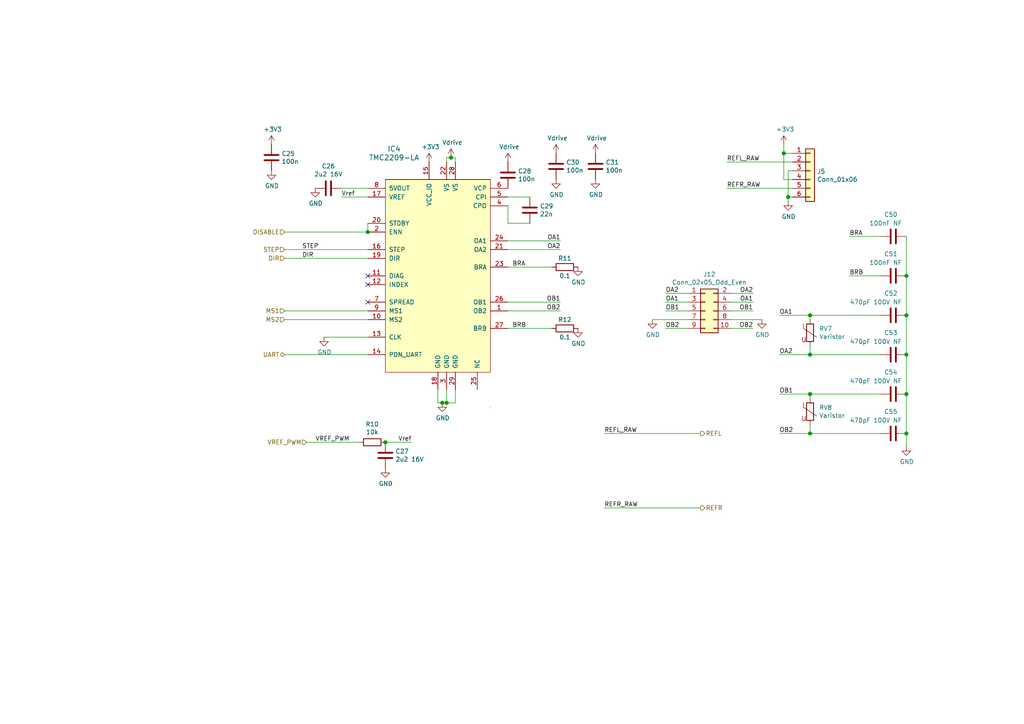
<source format=kicad_sch>
(kicad_sch (version 20210406) (generator eeschema)
  (paper "A4")
  (lib_symbols
    (symbol "Connector_Generic:Conn_01x06" (pin_names (offset 1.016) hide)
      (property "Reference" "J" (at 0 7.62 0))
      (property "Value" "Conn_01x06" (at 0 -10.16 0))
      (symbol "Conn_01x06_1_1"
        (rectangle (start -1.27 -7.493) (end 0 -7.747) (stroke (width 0.1524)))
        (rectangle (start -1.27 -4.953) (end 0 -5.207) (stroke (width 0.1524)))
        (rectangle (start -1.27 -2.413) (end 0 -2.667) (stroke (width 0.1524)))
        (rectangle (start -1.27 0.127) (end 0 -0.127) (stroke (width 0.1524)))
        (rectangle (start -1.27 2.667) (end 0 2.413) (stroke (width 0.1524)))
        (rectangle (start -1.27 5.207) (end 0 4.953) (stroke (width 0.1524)))
        (rectangle (start -1.27 6.35) (end 1.27 -8.89) (stroke (width 0.254)) (fill (type background)))
        (pin passive line (at -5.08 5.08 0) (length 3.81) (name "Pin_1") (number "1"))
        (pin passive line (at -5.08 2.54 0) (length 3.81) (name "Pin_2") (number "2"))
        (pin passive line (at -5.08 0 0) (length 3.81) (name "Pin_3") (number "3"))
        (pin passive line (at -5.08 -2.54 0) (length 3.81) (name "Pin_4") (number "4"))
        (pin passive line (at -5.08 -5.08 0) (length 3.81) (name "Pin_5") (number "5"))
        (pin passive line (at -5.08 -7.62 0) (length 3.81) (name "Pin_6") (number "6"))
      )
    )
    (symbol "Connector_Generic:Conn_02x05_Odd_Even" (pin_names (offset 1.016) hide)
      (property "Reference" "J" (at 1.27 7.62 0))
      (property "Value" "Conn_02x05_Odd_Even" (at 1.27 -7.62 0))
      (symbol "Conn_02x05_Odd_Even_1_1"
        (rectangle (start -1.27 -4.953) (end 0 -5.207) (stroke (width 0.1524)))
        (rectangle (start -1.27 -2.413) (end 0 -2.667) (stroke (width 0.1524)))
        (rectangle (start -1.27 0.127) (end 0 -0.127) (stroke (width 0.1524)))
        (rectangle (start -1.27 2.667) (end 0 2.413) (stroke (width 0.1524)))
        (rectangle (start -1.27 5.207) (end 0 4.953) (stroke (width 0.1524)))
        (rectangle (start 3.81 -4.953) (end 2.54 -5.207) (stroke (width 0.1524)))
        (rectangle (start 3.81 -2.413) (end 2.54 -2.667) (stroke (width 0.1524)))
        (rectangle (start 3.81 0.127) (end 2.54 -0.127) (stroke (width 0.1524)))
        (rectangle (start 3.81 2.667) (end 2.54 2.413) (stroke (width 0.1524)))
        (rectangle (start 3.81 5.207) (end 2.54 4.953) (stroke (width 0.1524)))
        (rectangle (start -1.27 6.35) (end 3.81 -6.35) (stroke (width 0.254)) (fill (type background)))
        (pin passive line (at -5.08 5.08 0) (length 3.81) (name "Pin_1") (number "1"))
        (pin passive line (at 7.62 -5.08 180) (length 3.81) (name "Pin_10") (number "10"))
        (pin passive line (at 7.62 5.08 180) (length 3.81) (name "Pin_2") (number "2"))
        (pin passive line (at -5.08 2.54 0) (length 3.81) (name "Pin_3") (number "3"))
        (pin passive line (at 7.62 2.54 180) (length 3.81) (name "Pin_4") (number "4"))
        (pin passive line (at -5.08 0 0) (length 3.81) (name "Pin_5") (number "5"))
        (pin passive line (at 7.62 0 180) (length 3.81) (name "Pin_6") (number "6"))
        (pin passive line (at -5.08 -2.54 0) (length 3.81) (name "Pin_7") (number "7"))
        (pin passive line (at 7.62 -2.54 180) (length 3.81) (name "Pin_8") (number "8"))
        (pin passive line (at -5.08 -5.08 0) (length 3.81) (name "Pin_9") (number "9"))
      )
    )
    (symbol "Device:C" (pin_numbers hide) (pin_names (offset 0.254))
      (property "Reference" "C" (at 0.635 2.54 0))
      (property "Value" "C" (at 0.635 -2.54 0))
      (symbol "C_0_1"
        (polyline (pts (xy -2.032 -0.762) (xy 2.032 -0.762)) (stroke (width 0.508)))
        (polyline (pts (xy -2.032 0.762) (xy 2.032 0.762)) (stroke (width 0.508)))
      )
      (symbol "C_1_1"
        (pin passive line (at 0 3.81 270) (length 2.794) (name "~") (number "1"))
        (pin passive line (at 0 -3.81 90) (length 2.794) (name "~") (number "2"))
      )
    )
    (symbol "Device:R" (pin_numbers hide) (pin_names (offset 0))
      (property "Reference" "R" (at 2.032 0 90))
      (property "Value" "R" (at 0 0 90))
      (symbol "R_0_1"
        (rectangle (start -1.016 -2.54) (end 1.016 2.54) (stroke (width 0.254)))
      )
      (symbol "R_1_1"
        (pin passive line (at 0 3.81 270) (length 1.27) (name "~") (number "1"))
        (pin passive line (at 0 -3.81 90) (length 1.27) (name "~") (number "2"))
      )
    )
    (symbol "Device:Varistor" (pin_numbers hide) (pin_names (offset 0))
      (property "Reference" "RV" (at 3.175 0 90))
      (property "Value" "Varistor" (at -3.175 0 90))
      (symbol "Varistor_0_0"
        (text "U" (at -1.778 -2.032 0) (effects (font (size 1.27 1.27))))
      )
      (symbol "Varistor_0_1"
        (rectangle (start -1.016 -2.54) (end 1.016 2.54) (stroke (width 0.254)))
        (polyline (pts (xy -1.905 2.54) (xy -1.905 1.27) (xy 1.905 -1.27)))
      )
      (symbol "Varistor_1_1"
        (pin passive line (at 0 3.81 270) (length 1.27) (name "~") (number "1"))
        (pin passive line (at 0 -3.81 90) (length 1.27) (name "~") (number "2"))
      )
    )
    (symbol "library:TMC2209-LA" (pin_names (offset 1.016))
      (property "Reference" "IC" (at -15.24 35.56 0))
      (property "Value" "TMC2209-LA" (at -17.78 -25.4 0))
      (symbol "TMC2209-LA_1_0"
        (polyline (pts (xy 15.24 33.02) (xy -15.24 33.02)))
        (pin output line (at 20.32 -5.08 180) (length 5.08) (name "OB2") (number "1"))
        (pin input line (at -20.32 -7.62 0) (length 5.08) (name "MS2") (number "10"))
        (pin output line (at -20.32 5.08 0) (length 5.08) (name "DIAG") (number "11"))
        (pin output line (at -20.32 2.54 0) (length 5.08) (name "INDEX") (number "12"))
        (pin input line (at -20.32 -12.7 0) (length 5.08) (name "CLK") (number "13"))
        (pin bidirectional line (at -20.32 -17.78 0) (length 5.08) (name "PDN_UART") (number "14"))
        (pin power_in line (at -2.54 38.1 270) (length 5.08) (name "VCC_IO") (number "15"))
        (pin input line (at -20.32 12.7 0) (length 5.08) (name "STEP") (number "16"))
        (pin input line (at -20.32 27.94 0) (length 5.08) (name "VREF") (number "17"))
        (pin power_in line (at 0 -27.94 90) (length 5.08) (name "GND") (number "18"))
        (pin input line (at -20.32 10.16 0) (length 5.08) (name "DIR") (number "19"))
        (pin bidirectional line (at -20.32 17.78 0) (length 5.08) (name "ENN") (number "2"))
        (pin bidirectional line (at -20.32 20.32 0) (length 5.08) (name "STDBY") (number "20"))
        (pin output line (at 20.32 12.7 180) (length 5.08) (name "OA2") (number "21"))
        (pin power_in line (at 2.54 38.1 270) (length 5.08) (name "VS") (number "22"))
        (pin output line (at 20.32 7.62 180) (length 5.08) (name "BRA") (number "23"))
        (pin output line (at 20.32 15.24 180) (length 5.08) (name "OA1") (number "24"))
        (pin output line (at 20.32 -2.54 180) (length 5.08) (name "OB1") (number "26"))
        (pin output line (at 20.32 -10.16 180) (length 5.08) (name "BRB") (number "27"))
        (pin power_in line (at 5.08 38.1 270) (length 5.08) (name "VS") (number "28"))
        (pin power_in line (at 5.08 -27.94 90) (length 5.08) (name "GND") (number "29"))
        (pin power_in line (at 2.54 -27.94 90) (length 5.08) (name "GND") (number "3"))
        (pin passive line (at 20.32 25.4 180) (length 5.08) (name "CPO") (number "4"))
        (pin passive line (at 20.32 27.94 180) (length 5.08) (name "CPI") (number "5"))
        (pin passive line (at 20.32 30.48 180) (length 5.08) (name "VCP") (number "6"))
        (pin input line (at -20.32 -2.54 0) (length 5.08) (name "SPREAD") (number "7"))
        (pin power_out line (at -20.32 30.48 0) (length 5.08) (name "5VOUT") (number "8"))
        (pin input line (at -20.32 -5.08 0) (length 5.08) (name "MS1") (number "9"))
      )
      (symbol "TMC2209-LA_1_1"
        (rectangle (start 15.24 -33.02) (end 15.24 -33.02))
        (rectangle (start -15.24 33.02) (end 15.24 -22.86) (fill (type background)))
        (pin passive line (at 11.43 -27.94 90) (length 5.08) (name "NC") (number "25"))
      )
    )
    (symbol "power:+3.3V" (power) (pin_names (offset 0))
      (property "Value" "+3.3V" (at 0 3.556 0))
      (symbol "+3.3V_0_1"
        (polyline (pts (xy -0.762 1.27) (xy 0 2.54)))
        (polyline (pts (xy 0 0) (xy 0 2.54)))
        (polyline (pts (xy 0 2.54) (xy 0.762 1.27)))
      )
      (symbol "+3.3V_1_1"
        (pin power_in line (at 0 0 90) (length 0) hide (name "+3V3") (number "1"))
      )
    )
    (symbol "power:GND" (power) (pin_names (offset 0))
      (property "Value" "GND" (at 0 -3.81 0))
      (symbol "GND_0_1"
        (polyline (pts (xy 0 0) (xy 0 -1.27) (xy 1.27 -1.27) (xy 0 -2.54) (xy -1.27 -1.27) (xy 0 -1.27)))
      )
      (symbol "GND_1_1"
        (pin power_in line (at 0 0 270) (length 0) hide (name "GND") (number "1"))
      )
    )
    (symbol "power:Vdrive" (power) (pin_names (offset 0))
      (property "Value" "Vdrive" (at 0 3.81 0))
      (symbol "Vdrive_0_1"
        (polyline (pts (xy -0.762 1.27) (xy 0 2.54)))
        (polyline (pts (xy 0 0) (xy 0 2.54)))
        (polyline (pts (xy 0 2.54) (xy 0.762 1.27)))
      )
      (symbol "Vdrive_1_1"
        (pin power_in line (at 0 0 90) (length 0) hide (name "Vdrive") (number "1"))
      )
    )
  )
  (junction (at 106.68 67.31) (diameter 1.016))
  (junction (at 111.76 128.27) (diameter 1.016))
  (junction (at 128.27 116.84) (diameter 1.016))
  (junction (at 129.54 116.84) (diameter 1.016))
  (junction (at 130.81 45.72) (diameter 1.016))
  (junction (at 227.33 44.45) (diameter 1.016))
  (junction (at 228.6 57.15) (diameter 1.016))
  (junction (at 234.95 91.44) (diameter 1.016))
  (junction (at 234.95 102.87) (diameter 1.016))
  (junction (at 234.95 114.3) (diameter 1.016))
  (junction (at 234.95 125.73) (diameter 1.016))
  (junction (at 262.89 80.01) (diameter 1.016))
  (junction (at 262.89 91.44) (diameter 1.016))
  (junction (at 262.89 102.87) (diameter 1.016))
  (junction (at 262.89 114.3) (diameter 1.016))
  (junction (at 262.89 125.73) (diameter 1.016))
  (no_connect (at 106.68 80.01))
  (no_connect (at 106.68 82.55))
  (no_connect (at 106.68 87.63))
  (wire (pts (xy 82.55 74.93) (xy 106.68 74.93)))
  (wire (pts (xy 82.55 92.71) (xy 106.68 92.71)))
  (wire (pts (xy 104.14 128.27) (xy 88.9 128.27)))
  (wire (pts (xy 106.68 54.61) (xy 99.06 54.61)))
  (wire (pts (xy 106.68 57.15) (xy 99.06 57.15)))
  (wire (pts (xy 106.68 64.77) (xy 106.68 67.31)))
  (wire (pts (xy 106.68 67.31) (xy 82.55 67.31)))
  (wire (pts (xy 106.68 72.39) (xy 82.55 72.39)))
  (wire (pts (xy 106.68 90.17) (xy 82.55 90.17)))
  (wire (pts (xy 106.68 97.79) (xy 93.98 97.79)))
  (wire (pts (xy 106.68 102.87) (xy 82.55 102.87)))
  (wire (pts (xy 111.76 128.27) (xy 119.38 128.27)))
  (wire (pts (xy 127 113.03) (xy 127 116.84)))
  (wire (pts (xy 127 116.84) (xy 128.27 116.84)))
  (wire (pts (xy 128.27 116.84) (xy 129.54 116.84)))
  (wire (pts (xy 129.54 45.72) (xy 130.81 45.72)))
  (wire (pts (xy 129.54 46.99) (xy 129.54 45.72)))
  (wire (pts (xy 129.54 113.03) (xy 129.54 116.84)))
  (wire (pts (xy 129.54 116.84) (xy 132.08 116.84)))
  (wire (pts (xy 132.08 45.72) (xy 130.81 45.72)))
  (wire (pts (xy 132.08 46.99) (xy 132.08 45.72)))
  (wire (pts (xy 132.08 116.84) (xy 132.08 113.03)))
  (wire (pts (xy 147.32 57.15) (xy 153.67 57.15)))
  (wire (pts (xy 147.32 64.77) (xy 147.32 59.69)))
  (wire (pts (xy 147.32 69.85) (xy 162.56 69.85)))
  (wire (pts (xy 147.32 72.39) (xy 162.56 72.39)))
  (wire (pts (xy 147.32 77.47) (xy 160.02 77.47)))
  (wire (pts (xy 147.32 87.63) (xy 162.56 87.63)))
  (wire (pts (xy 147.32 90.17) (xy 162.56 90.17)))
  (wire (pts (xy 147.32 95.25) (xy 160.02 95.25)))
  (wire (pts (xy 153.67 64.77) (xy 147.32 64.77)))
  (wire (pts (xy 175.26 125.73) (xy 203.2 125.73)))
  (wire (pts (xy 175.26 147.32) (xy 203.2 147.32)))
  (wire (pts (xy 189.23 92.71) (xy 199.39 92.71)))
  (wire (pts (xy 199.39 85.09) (xy 193.04 85.09)))
  (wire (pts (xy 199.39 87.63) (xy 193.04 87.63)))
  (wire (pts (xy 199.39 90.17) (xy 193.04 90.17)))
  (wire (pts (xy 199.39 95.25) (xy 193.04 95.25)))
  (wire (pts (xy 210.82 46.99) (xy 229.87 46.99)))
  (wire (pts (xy 212.09 85.09) (xy 218.44 85.09)))
  (wire (pts (xy 212.09 87.63) (xy 218.44 87.63)))
  (wire (pts (xy 212.09 90.17) (xy 218.44 90.17)))
  (wire (pts (xy 212.09 92.71) (xy 220.98 92.71)))
  (wire (pts (xy 212.09 95.25) (xy 218.44 95.25)))
  (wire (pts (xy 227.33 44.45) (xy 227.33 41.91)))
  (wire (pts (xy 227.33 52.07) (xy 227.33 44.45)))
  (wire (pts (xy 228.6 49.53) (xy 228.6 57.15)))
  (wire (pts (xy 228.6 57.15) (xy 229.87 57.15)))
  (wire (pts (xy 228.6 58.42) (xy 228.6 57.15)))
  (wire (pts (xy 229.87 44.45) (xy 227.33 44.45)))
  (wire (pts (xy 229.87 49.53) (xy 228.6 49.53)))
  (wire (pts (xy 229.87 52.07) (xy 227.33 52.07)))
  (wire (pts (xy 229.87 54.61) (xy 210.82 54.61)))
  (wire (pts (xy 234.95 91.44) (xy 226.06 91.44)))
  (wire (pts (xy 234.95 92.71) (xy 234.95 91.44)))
  (wire (pts (xy 234.95 100.33) (xy 234.95 102.87)))
  (wire (pts (xy 234.95 102.87) (xy 226.06 102.87)))
  (wire (pts (xy 234.95 114.3) (xy 226.06 114.3)))
  (wire (pts (xy 234.95 115.57) (xy 234.95 114.3)))
  (wire (pts (xy 234.95 123.19) (xy 234.95 125.73)))
  (wire (pts (xy 234.95 125.73) (xy 226.06 125.73)))
  (wire (pts (xy 255.27 68.58) (xy 246.38 68.58)))
  (wire (pts (xy 255.27 80.01) (xy 246.38 80.01)))
  (wire (pts (xy 255.27 91.44) (xy 234.95 91.44)))
  (wire (pts (xy 255.27 102.87) (xy 234.95 102.87)))
  (wire (pts (xy 255.27 114.3) (xy 234.95 114.3)))
  (wire (pts (xy 255.27 125.73) (xy 234.95 125.73)))
  (wire (pts (xy 262.89 68.58) (xy 262.89 80.01)))
  (wire (pts (xy 262.89 80.01) (xy 262.89 91.44)))
  (wire (pts (xy 262.89 91.44) (xy 262.89 102.87)))
  (wire (pts (xy 262.89 102.87) (xy 262.89 114.3)))
  (wire (pts (xy 262.89 114.3) (xy 262.89 125.73)))
  (wire (pts (xy 262.89 125.73) (xy 262.89 129.54)))
  (label "STEP" (at 87.63 72.39 0))
  (label "DIR" (at 87.63 74.93 0))
  (label "VREF_PWM" (at 91.44 128.27 0))
  (label "Vref" (at 99.06 57.15 0))
  (label "Vref" (at 119.38 128.27 180))
  (label "BRA" (at 148.59 77.47 0))
  (label "BRB" (at 148.59 95.25 0))
  (label "OA1" (at 162.56 69.85 180))
  (label "OA2" (at 162.56 72.39 180))
  (label "OB1" (at 162.56 87.63 180))
  (label "OB2" (at 162.56 90.17 180))
  (label "REFL_RAW" (at 175.26 125.73 0))
  (label "REFR_RAW" (at 175.26 147.32 0))
  (label "OA2" (at 193.04 85.09 0))
  (label "OA1" (at 193.04 87.63 0))
  (label "OB1" (at 193.04 90.17 0))
  (label "OB2" (at 193.04 95.25 0))
  (label "REFL_RAW" (at 210.82 46.99 0))
  (label "REFR_RAW" (at 210.82 54.61 0))
  (label "OA2" (at 218.44 85.09 180))
  (label "OA1" (at 218.44 87.63 180))
  (label "OB1" (at 218.44 90.17 180))
  (label "OB2" (at 218.44 95.25 180))
  (label "OA1" (at 226.06 91.44 0))
  (label "OA2" (at 226.06 102.87 0))
  (label "OB1" (at 226.06 114.3 0))
  (label "OB2" (at 226.06 125.73 0))
  (label "BRA" (at 246.38 68.58 0))
  (label "BRB" (at 246.38 80.01 0))
  (hierarchical_label "DISABLE" (shape input) (at 82.55 67.31 180))
  (hierarchical_label "STEP" (shape input) (at 82.55 72.39 180))
  (hierarchical_label "DIR" (shape input) (at 82.55 74.93 180))
  (hierarchical_label "MS1" (shape input) (at 82.55 90.17 180))
  (hierarchical_label "MS2" (shape input) (at 82.55 92.71 180))
  (hierarchical_label "UART" (shape bidirectional) (at 82.55 102.87 180))
  (hierarchical_label "VREF_PWM" (shape input) (at 88.9 128.27 180))
  (hierarchical_label "REFL" (shape output) (at 203.2 125.73 0))
  (hierarchical_label "REFR" (shape output) (at 203.2 147.32 0))
  (symbol (lib_id "power:+3.3V") (at 78.74 41.91 0)
    (property "Reference" "#PWR0184" (effects hide))
    (property "Value" "+3.3V" (at 79.121 37.5158 0))
  )
  (symbol (lib_id "power:+3.3V") (at 124.46 46.99 0)
    (property "Reference" "#PWR0182" (effects hide))
    (property "Value" "+3.3V" (at 124.841 42.5958 0))
  )
  (symbol (lib_id "power:Vdrive") (at 130.81 45.72 0)
    (property "Reference" "#PWR0181" (effects hide))
    (property "Value" "Vdrive" (at 131.191 41.3258 0))
  )
  (symbol (lib_id "power:Vdrive") (at 147.32 46.99 0)
    (property "Reference" "#PWR0185" (effects hide))
    (property "Value" "Vdrive" (at 147.701 42.5958 0))
  )
  (symbol (lib_id "power:Vdrive") (at 161.29 44.45 0)
    (property "Reference" "#PWR0186" (effects hide))
    (property "Value" "Vdrive" (at 161.671 40.0558 0))
  )
  (symbol (lib_id "power:Vdrive") (at 172.72 44.45 0)
    (property "Reference" "#PWR0188" (effects hide))
    (property "Value" "Vdrive" (at 173.101 40.0558 0))
  )
  (symbol (lib_id "power:+3.3V") (at 227.33 41.91 0)
    (property "Reference" "#PWR0195" (effects hide))
    (property "Value" "+3.3V" (at 227.711 37.5158 0))
  )
  (symbol (lib_id "power:GND") (at 78.74 49.53 0)
    (property "Reference" "#PWR0183" (effects hide))
    (property "Value" "GND" (at 78.867 53.9242 0))
  )
  (symbol (lib_id "power:GND") (at 91.44 54.61 0)
    (property "Reference" "#PWR0193" (effects hide))
    (property "Value" "GND" (at 91.567 59.0042 0))
  )
  (symbol (lib_id "power:GND") (at 93.98 97.79 0)
    (property "Reference" "#PWR0192" (effects hide))
    (property "Value" "GND" (at 94.107 102.1842 0))
  )
  (symbol (lib_id "power:GND") (at 111.76 135.89 0)
    (property "Reference" "#PWR0194" (effects hide))
    (property "Value" "GND" (at 111.887 140.2842 0))
  )
  (symbol (lib_id "power:GND") (at 128.27 116.84 0)
    (property "Reference" "#PWR0178" (effects hide))
    (property "Value" "GND" (at 128.397 121.2342 0))
  )
  (symbol (lib_id "power:GND") (at 161.29 52.07 0)
    (property "Reference" "#PWR0187" (effects hide))
    (property "Value" "GND" (at 161.417 56.4642 0))
  )
  (symbol (lib_id "power:GND") (at 167.64 77.47 0)
    (property "Reference" "#PWR0179" (effects hide))
    (property "Value" "GND" (at 167.767 81.8642 0))
  )
  (symbol (lib_id "power:GND") (at 167.64 95.25 0)
    (property "Reference" "#PWR0180" (effects hide))
    (property "Value" "GND" (at 167.767 99.6442 0))
  )
  (symbol (lib_id "power:GND") (at 172.72 52.07 0)
    (property "Reference" "#PWR0189" (effects hide))
    (property "Value" "GND" (at 172.847 56.4642 0))
  )
  (symbol (lib_id "power:GND") (at 189.23 92.71 0)
    (property "Reference" "#PWR0177" (effects hide))
    (property "Value" "GND" (at 189.357 97.1042 0))
  )
  (symbol (lib_id "power:GND") (at 220.98 92.71 0)
    (property "Reference" "#PWR0176" (effects hide))
    (property "Value" "GND" (at 221.107 97.1042 0))
  )
  (symbol (lib_id "power:GND") (at 228.6 58.42 0)
    (property "Reference" "#PWR0196" (effects hide))
    (property "Value" "GND" (at 228.727 62.8142 0))
  )
  (symbol (lib_id "power:GND") (at 262.89 129.54 0)
    (property "Reference" "#PWR0209" (effects hide))
    (property "Value" "GND" (at 263.017 133.9342 0))
  )
  (symbol (lib_id "Device:R") (at 107.95 128.27 270)
    (property "Reference" "R10" (at 107.95 123.0122 90))
    (property "Value" "10k" (at 107.95 125.3236 90))
    (property "Footprint" "Resistor_SMD:R_0603_1608Metric" (effects hide))
  )
  (symbol (lib_id "Device:R") (at 163.83 77.47 270)
    (property "Reference" "R11" (at 163.83 74.93 90))
    (property "Value" "0.1" (at 163.83 80.01 90))
    (property "Footprint" "library:R_1206_Wide" (effects hide))
  )
  (symbol (lib_id "Device:R") (at 163.83 95.25 270)
    (property "Reference" "R12" (at 163.83 92.71 90))
    (property "Value" "0.1" (at 163.83 97.79 90))
    (property "Footprint" "library:R_1206_Wide" (effects hide))
  )
  (symbol (lib_id "Device:Varistor") (at 234.95 96.52 0)
    (property "Reference" "RV7" (at 237.5662 95.3516 0) (effects (justify left)))
    (property "Value" "Varistor" (at 237.5662 97.663 0) (effects (justify left)))
    (property "Footprint" "Resistor_SMD:R_0603_1608Metric" (effects hide))
  )
  (symbol (lib_id "Device:Varistor") (at 234.95 119.38 0)
    (property "Reference" "RV8" (at 237.5662 118.2116 0) (effects (justify left)))
    (property "Value" "Varistor" (at 237.5662 120.523 0) (effects (justify left)))
    (property "Footprint" "Resistor_SMD:R_0603_1608Metric" (effects hide))
  )
  (symbol (lib_id "Device:C") (at 78.74 45.72 0)
    (property "Reference" "C25" (at 81.661 44.5516 0) (effects (justify left)))
    (property "Value" "100n" (at 81.661 46.863 0) (effects (justify left)))
    (property "Footprint" "Capacitor_SMD:C_0603_1608Metric" (effects hide))
  )
  (symbol (lib_id "Device:C") (at 95.25 54.61 270)
    (property "Reference" "C26" (at 95.25 48.2092 90))
    (property "Value" "2u2 16V" (at 95.25 50.5206 90))
    (property "Footprint" "Capacitor_SMD:C_0805_2012Metric" (effects hide))
  )
  (symbol (lib_id "Device:C") (at 111.76 132.08 0)
    (property "Reference" "C27" (at 114.681 130.9116 0) (effects (justify left)))
    (property "Value" "2u2 16V" (at 114.681 133.223 0) (effects (justify left)))
    (property "Footprint" "Capacitor_SMD:C_0805_2012Metric" (effects hide))
  )
  (symbol (lib_id "Device:C") (at 147.32 50.8 0)
    (property "Reference" "C28" (at 150.241 49.6316 0) (effects (justify left)))
    (property "Value" "100n" (at 150.241 51.943 0) (effects (justify left)))
    (property "Footprint" "Capacitor_SMD:C_0603_1608Metric" (effects hide))
  )
  (symbol (lib_id "Device:C") (at 153.67 60.96 0)
    (property "Reference" "C29" (at 156.591 59.7916 0) (effects (justify left)))
    (property "Value" "22n" (at 156.591 62.103 0) (effects (justify left)))
    (property "Footprint" "Capacitor_SMD:C_0603_1608Metric" (effects hide))
  )
  (symbol (lib_id "Device:C") (at 161.29 48.26 0)
    (property "Reference" "C30" (at 164.211 47.0916 0) (effects (justify left)))
    (property "Value" "100n" (at 164.211 49.403 0) (effects (justify left)))
    (property "Footprint" "Capacitor_SMD:C_0603_1608Metric" (effects hide))
  )
  (symbol (lib_id "Device:C") (at 172.72 48.26 0)
    (property "Reference" "C31" (at 175.641 47.0916 0) (effects (justify left)))
    (property "Value" "100n" (at 175.641 49.403 0) (effects (justify left)))
    (property "Footprint" "Capacitor_SMD:C_0603_1608Metric" (effects hide))
  )
  (symbol (lib_id "Device:C") (at 259.08 68.58 90)
    (property "Reference" "C50" (at 260.35 62.23 90) (effects (justify left)))
    (property "Value" "100nF NF" (at 261.62 64.77 90) (effects (justify left)))
    (property "Footprint" "Capacitor_SMD:C_0402_1005Metric" (effects hide))
  )
  (symbol (lib_id "Device:C") (at 259.08 80.01 90)
    (property "Reference" "C51" (at 260.35 73.66 90) (effects (justify left)))
    (property "Value" "100nF NF" (at 261.62 76.2 90) (effects (justify left)))
    (property "Footprint" "Capacitor_SMD:C_0402_1005Metric" (effects hide))
  )
  (symbol (lib_id "Device:C") (at 259.08 91.44 90)
    (property "Reference" "C52" (at 260.35 85.09 90) (effects (justify left)))
    (property "Value" "470pF 100V NF" (at 261.62 87.63 90) (effects (justify left)))
    (property "Footprint" "Capacitor_SMD:C_0402_1005Metric" (effects hide))
  )
  (symbol (lib_id "Device:C") (at 259.08 102.87 90)
    (property "Reference" "C53" (at 260.35 96.52 90) (effects (justify left)))
    (property "Value" "470pF 100V NF" (at 261.62 99.06 90) (effects (justify left)))
    (property "Footprint" "Capacitor_SMD:C_0402_1005Metric" (effects hide))
  )
  (symbol (lib_id "Device:C") (at 259.08 114.3 90)
    (property "Reference" "C54" (at 260.35 107.95 90) (effects (justify left)))
    (property "Value" "470pF 100V NF" (at 261.62 110.49 90) (effects (justify left)))
    (property "Footprint" "Capacitor_SMD:C_0402_1005Metric" (effects hide))
  )
  (symbol (lib_id "Device:C") (at 259.08 125.73 90)
    (property "Reference" "C55" (at 260.35 119.38 90) (effects (justify left)))
    (property "Value" "470pF 100V NF" (at 261.62 121.92 90) (effects (justify left)))
    (property "Footprint" "Capacitor_SMD:C_0402_1005Metric" (effects hide))
  )
  (symbol (lib_id "Connector_Generic:Conn_01x06") (at 234.95 49.53 0)
    (property "Reference" "J5" (at 236.982 49.7332 0) (effects (justify left)))
    (property "Value" "Conn_01x06" (at 236.982 52.0446 0) (effects (justify left)))
    (property "Footprint" "Connector_Hirose:Hirose_DF13-06P-1.25DSA_1x06_P1.25mm_Vertical" (effects hide))
  )
  (symbol (lib_id "Connector_Generic:Conn_02x05_Odd_Even") (at 204.47 90.17 0)
    (property "Reference" "J12" (at 205.74 79.5782 0))
    (property "Value" "Conn_02x05_Odd_Even" (at 205.74 81.8896 0))
    (property "Footprint" "Connector_Hirose:Hirose_DF11-10DP-2DSA_2x05_P2.00mm_Vertical" (effects hide))
  )
  (symbol (lib_id "library:TMC2209-LA") (at 127 85.09 0)
    (property "Reference" "IC4" (at 114.3 43.18 0) (effects (font (size 1.4986 1.4986))))
    (property "Value" "TMC2209-LA" (at 114.3 45.72 0) (effects (font (size 1.4986 1.4986))))
    (property "Footprint" "library:QFN-28-1EP_5x5mm_Pitch0.5mm_EP3.7x3.7" (effects hide))
  )
)
</source>
